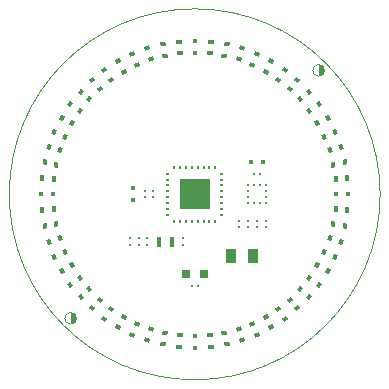
<source format=gbr>
G04 GENERATED BY PULSONIX 8.5 GERBER.DLL 5900*
G04 #@! TF.Part,Single*
%FSLAX35Y35*%
%LPD*%
%MOIN*%
G04 #@! TF.FileFunction,Paste,Top*
G04 #@! TA.AperFunction,Profile*
%ADD10C,0.00001*%
G04 #@! TA.AperFunction,SMDPad*
%ADD99R,0.03346X0.04528*%
%ADD121R,0.00984X0.00984*%
%ADD174R,0.01772X0.01378*%
%ADD175R,0.01378X0.01772*%
G04 #@! TA.AperFunction,NonMaterial*
%ADD286C,0.00197*%
G04 #@! TA.AperFunction,SMDPad*
%ADD287R,0.02559X0.02559*%
%ADD288R,0.01378X0.03346*%
%ADD289R,0.01083X0.01083*%
%AMT290*0 Bullet Pad at angle 0*1,1,0.00787,0.00000,0.00295*21,1,0.00787,0.00591,0,0,0*%
%ADD290T290*%
%AMT291*0 Bullet Pad at angle 90*1,1,0.00787,-0.00295,0.00000*21,1,0.00787,0.00591,0,0,90*%
%ADD291T291*%
%AMT292*0 Bullet Pad at angle 180*1,1,0.00787,0.00000,-0.00295*21,1,0.00787,0.00591,0,0,180*%
%ADD292T292*%
%AMT293*0 Bullet Pad at angle 270*1,1,0.00787,0.00295,0.00000*21,1,0.00787,0.00591,0,0,270*%
%ADD293T293*%
%ADD294R,0.09843X0.09843*%
%AMT295*0 Rectangle Pad at angle 84*21,1,0.01378,0.01772,0,0,84*%
%ADD295T295*%
%AMT296*0 Rectangle Pad at angle 78*21,1,0.01378,0.01772,0,0,78*%
%ADD296T296*%
%AMT297*0 Rectangle Pad at angle 72*21,1,0.01378,0.01772,0,0,72*%
%ADD297T297*%
%AMT298*0 Rectangle Pad at angle 66*21,1,0.01378,0.01772,0,0,66*%
%ADD298T298*%
%AMT299*0 Rectangle Pad at angle 60*21,1,0.01378,0.01772,0,0,60*%
%ADD299T299*%
%AMT300*0 Rectangle Pad at angle 18*21,1,0.01378,0.01772,0,0,18*%
%ADD300T300*%
%AMT301*0 Rectangle Pad at angle 12*21,1,0.01378,0.01772,0,0,12*%
%ADD301T301*%
%AMT302*0 Rectangle Pad at angle 6*21,1,0.01378,0.01772,0,0,6*%
%ADD302T302*%
%AMT303*0 Rectangle Pad at angle 174*21,1,0.01378,0.01772,0,0,174*%
%ADD303T303*%
%AMT304*0 Rectangle Pad at angle 168*21,1,0.01378,0.01772,0,0,168*%
%ADD304T304*%
%AMT305*0 Rectangle Pad at angle 36*21,1,0.01378,0.01772,0,0,36*%
%ADD305T305*%
%AMT306*0 Rectangle Pad at angle 30*21,1,0.01378,0.01772,0,0,30*%
%ADD306T306*%
%AMT307*0 Rectangle Pad at angle 24*21,1,0.01378,0.01772,0,0,24*%
%ADD307T307*%
%AMT308*0 Rectangle Pad at angle 108*21,1,0.01378,0.01772,0,0,108*%
%ADD308T308*%
%AMT309*0 Rectangle Pad at angle 102*21,1,0.01378,0.01772,0,0,102*%
%ADD309T309*%
%AMT310*0 Rectangle Pad at angle 96*21,1,0.01378,0.01772,0,0,96*%
%ADD310T310*%
%AMT311*0 Rectangle Pad at angle 162*21,1,0.01378,0.01772,0,0,162*%
%ADD311T311*%
%AMT312*0 Rectangle Pad at angle 156*21,1,0.01378,0.01772,0,0,156*%
%ADD312T312*%
%AMT313*0 Rectangle Pad at angle 150*21,1,0.01378,0.01772,0,0,150*%
%ADD313T313*%
%AMT314*0 Rectangle Pad at angle 144*21,1,0.01378,0.01772,0,0,144*%
%ADD314T314*%
%AMT315*0 Rectangle Pad at angle 138*21,1,0.01378,0.01772,0,0,138*%
%ADD315T315*%
%AMT316*0 Rectangle Pad at angle 132*21,1,0.01378,0.01772,0,0,132*%
%ADD316T316*%
%AMT317*0 Rectangle Pad at angle 54*21,1,0.01378,0.01772,0,0,54*%
%ADD317T317*%
%AMT318*0 Rectangle Pad at angle 48*21,1,0.01378,0.01772,0,0,48*%
%ADD318T318*%
%AMT319*0 Rectangle Pad at angle 42*21,1,0.01378,0.01772,0,0,42*%
%ADD319T319*%
%AMT320*0 Rectangle Pad at angle 126*21,1,0.01378,0.01772,0,0,126*%
%ADD320T320*%
%AMT321*0 Rectangle Pad at angle 120*21,1,0.01378,0.01772,0,0,120*%
%ADD321T321*%
%AMT322*0 Rectangle Pad at angle 114*21,1,0.01378,0.01772,0,0,114*%
%ADD322T322*%
X0Y0D02*
D02*
D10*
X61811Y123622D02*
G75*
G03Y0J-61811D01*
G01*
G75*
G03Y123622J61811*
G01*
D02*
D99*
X74016Y41142D03*
X81102D03*
D02*
D121*
X40159Y44999D03*
Y47125D03*
X43109Y45001D03*
Y47127D03*
X45080Y60747D03*
Y62873D03*
X46064Y44999D03*
Y47125D03*
X48033Y60747D03*
Y62873D03*
X57875Y44999D03*
Y47125D03*
X60749Y31300D03*
X62875D03*
X76576Y50904D03*
Y53030D03*
X79529Y50904D03*
Y53030D03*
X81416Y68700D03*
X82481Y50904D03*
Y53030D03*
X83542Y68700D03*
X85434Y50904D03*
Y53030D03*
D02*
D174*
X41142Y59843D03*
Y63780D03*
X61811Y10630D03*
Y14567D03*
Y109055D03*
Y112992D03*
D02*
D175*
X10630Y61811D03*
X14567D03*
X80512Y72638D03*
X84449D03*
X109055Y61811D03*
X112992D03*
D02*
D286*
X20472Y22441D02*
G75*
G03Y18504J-1968D01*
G01*
G75*
G03Y22441J1969*
G01*
G36*
G75*
G03Y18504J-1968*
G01*
G75*
G03Y22441J1969*
G01*
G37*
X103150Y105118D02*
G75*
G03Y101181J-1968D01*
G01*
G75*
G03Y105118J1969*
G01*
G36*
G75*
G03Y101181J-1968*
G01*
G75*
G03Y105118J1969*
G01*
G37*
D02*
D287*
X58858Y35236D03*
X64764D03*
D02*
D288*
X49803Y46063D03*
X54134D03*
D02*
D289*
X79478Y60827D03*
Y62795D03*
X79528Y58809D03*
Y64813D03*
X81496Y58809D03*
Y64813D03*
X83465Y58809D03*
Y64813D03*
X85433Y58809D03*
Y64813D03*
X85482Y60827D03*
Y62795D03*
D02*
D290*
X54921Y52559D03*
X56890D03*
X58858D03*
X60827D03*
X62795D03*
X64764D03*
X66732D03*
X68701D03*
D02*
D291*
X71063Y54921D03*
Y56890D03*
Y58858D03*
Y60827D03*
Y62795D03*
Y64764D03*
Y66732D03*
Y68701D03*
D02*
D292*
X54921Y71063D03*
X56890D03*
X58858D03*
X60827D03*
X62795D03*
X64764D03*
X66732D03*
X68701D03*
D02*
D293*
X52559Y54921D03*
Y56890D03*
Y58858D03*
Y60827D03*
Y62795D03*
Y64764D03*
Y66732D03*
Y68701D03*
D02*
D294*
X61811Y61811D03*
D02*
D295*
X56461Y10910D03*
X56873Y14826D03*
X66749Y108796D03*
X67161Y112712D03*
D02*
D296*
X51170Y11748D03*
X51988Y15599D03*
X71634Y108023D03*
X72452Y111874D03*
D02*
D297*
X45995Y13135D03*
X47212Y16879D03*
X76410Y106743D03*
X77627Y110487D03*
D02*
D298*
X40994Y15055D03*
X42595Y18651D03*
X81027Y104971D03*
X82628Y108567D03*
D02*
D299*
X36220Y17487D03*
X38189Y20896D03*
X85433Y102726D03*
X87402Y106135D03*
D02*
D300*
X13135Y45995D03*
X16879Y47212D03*
X106743Y76410D03*
X110487Y77627D03*
D02*
D301*
X11748Y51170D03*
X15599Y51988D03*
X108023Y71634D03*
X111874Y72452D03*
D02*
D302*
X10910Y56461D03*
X14826Y56873D03*
X108796Y66749D03*
X112712Y67161D03*
D02*
D303*
X10910D03*
X14826Y66749D03*
X108796Y56873D03*
X112712Y56461D03*
D02*
D304*
X11748Y72452D03*
X15599Y71634D03*
X108023Y51988D03*
X111874Y51170D03*
D02*
D305*
X20405Y31728D03*
X23590Y34042D03*
X100032Y89580D03*
X103217Y91895D03*
D02*
D306*
X17487Y36220D03*
X20896Y38189D03*
X102726Y85433D03*
X106135Y87402D03*
D02*
D307*
X15055Y40994D03*
X18651Y42595D03*
X104971Y81027D03*
X108567Y82628D03*
D02*
D308*
X45995Y110487D03*
X47212Y106743D03*
X76410Y16879D03*
X77627Y13135D03*
D02*
D309*
X51170Y111874D03*
X51988Y108023D03*
X71634Y15599D03*
X72452Y11748D03*
D02*
D310*
X56461Y112712D03*
X56873Y108796D03*
X66749Y14826D03*
X67161Y10910D03*
D02*
D311*
X13135Y77627D03*
X16879Y76410D03*
X106743Y47212D03*
X110487Y45995D03*
D02*
D312*
X15055Y82628D03*
X18651Y81027D03*
X104971Y42595D03*
X108567Y40994D03*
D02*
D313*
X17487Y87402D03*
X20896Y85433D03*
X102726Y38189D03*
X106135Y36220D03*
D02*
D314*
X20405Y91895D03*
X23590Y89580D03*
X100032Y34042D03*
X103217Y31728D03*
D02*
D315*
X23776Y96058D03*
X26702Y93423D03*
X96920Y30199D03*
X99846Y27564D03*
D02*
D316*
X27564Y99846D03*
X30199Y96920D03*
X93423Y26702D03*
X96058Y23776D03*
D02*
D317*
X31728Y20405D03*
X34042Y23590D03*
X89580Y100032D03*
X91895Y103217D03*
D02*
D318*
X27564Y23776D03*
X30199Y26702D03*
X93423Y96920D03*
X96058Y99846D03*
D02*
D319*
X23776Y27564D03*
X26702Y30199D03*
X96920Y93423D03*
X99846Y96058D03*
D02*
D320*
X31728Y103217D03*
X34042Y100032D03*
X89580Y23590D03*
X91895Y20405D03*
D02*
D321*
X36220Y106135D03*
X38189Y102726D03*
X85433Y20896D03*
X87402Y17487D03*
D02*
D322*
X40994Y108567D03*
X42595Y104971D03*
X81027Y18651D03*
X82628Y15055D03*
X0Y0D02*
M02*

</source>
